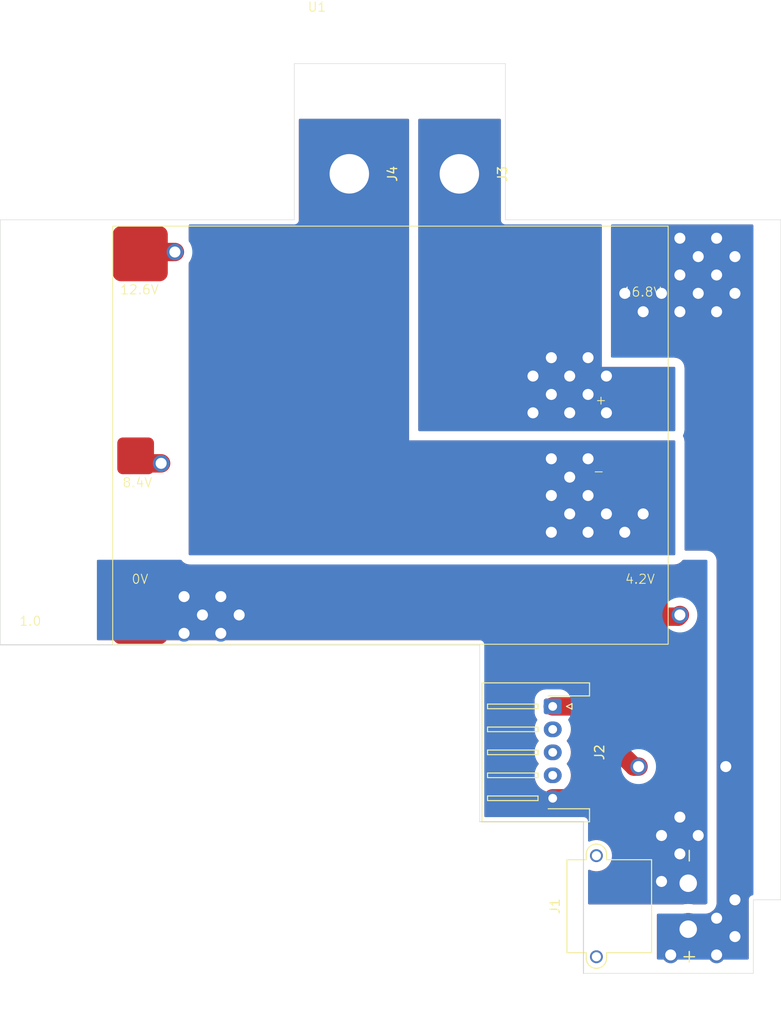
<source format=kicad_pcb>
(kicad_pcb (version 20241229) (generator "pcbnew") (generator_version "9.0")
  (layers (0 "F.Cu" signal) (4 "In1.Cu" signal) (6 "In2.Cu" signal) (2 "B.Cu" signal) (13 "F.Paste" user) (15 "B.Paste" user) (5 "F.SilkS" user "F.Silkscreen") (7 "B.SilkS" user "B.Silkscreen") (1 "F.Mask" user) (3 "B.Mask" user) (25 "Edge.Cuts" user))
  (net 0 "")
  (net 1 "Net-(J1-Pin_2)")
  (net 2 "Net-(J1-Pin_1)")
  (net 3 "Net-(J2-Pin_2)")
  (net 4 "Net-(J2-Pin_4)")
  (net 5 "Net-(J2-Pin_3)")
  (net 6 "Net-(J3-Pin_1)")
  (net 7 "Net-(J4-Pin_1)")
  (footprint "Connector_JST:JST_XH_S5B-XH-A-1_1x05_P2.50mm_Horizontal" (layer "F.Cu") (at 138.15 85.95 -90)
    (property "Reference" "J2" (at 5 -5.1 90) (layer "F.SilkS"))
    (property "Value" "Conn_01x05")
    (fp_line (start -2.56 7.71) (end -2.56 -4.01) (stroke (width 0.12)) (layer "F.SilkS"))
    (fp_line (start 5 7.71) (end -2.56 7.71) (stroke (width 0.12)) (layer "F.SilkS"))
    (fp_line (start 5 7.71) (end 12.56 7.71) (stroke (width 0.12)) (layer "F.SilkS"))
    (fp_line (start 12.56 7.71) (end 12.56 -4.01) (stroke (width 0.12)) (layer "F.SilkS"))
    (fp_line (start -0.25 7.1) (end 0.25 7.1) (stroke (width 0.12)) (layer "F.SilkS"))
    (fp_line (start 0.25 7.1) (end 0.25 1.6) (stroke (width 0.12)) (layer "F.SilkS"))
    (fp_line (start 2.25 7.1) (end 2.75 7.1) (stroke (width 0.12)) (layer "F.SilkS"))
    (fp_line (start 2.75 7.1) (end 2.75 1.6) (stroke (width 0.12)) (layer "F.SilkS"))
    (fp_line (start 4.75 7.1) (end 5.25 7.1) (stroke (width 0.12)) (layer "F.SilkS"))
    (fp_line (start 5.25 7.1) (end 5.25 1.6) (stroke (width 0.12)) (layer "F.SilkS"))
    (fp_line (start 7.25 7.1) (end 7.75 7.1) (stroke (width 0.12)) (layer "F.SilkS"))
    (fp_line (start 7.75 7.1) (end 7.75 1.6) (stroke (width 0.12)) (layer "F.SilkS"))
    (fp_line (start 9.75 7.1) (end 10.25 7.1) (stroke (width 0.12)) (layer "F.SilkS"))
    (fp_line (start 10.25 7.1) (end 10.25 1.6) (stroke (width 0.12)) (layer "F.SilkS"))
    (fp_line (start -0.25 1.6) (end -0.25 7.1) (stroke (width 0.12)) (layer "F.SilkS"))
    (fp_line (start 0.25 1.6) (end -0.25 1.6) (stroke (width 0.12)) (layer "F.SilkS"))
    (fp_line (start 2.25 1.6) (end 2.25 7.1) (stroke (width 0.12)) (layer "F.SilkS"))
    (fp_line (start 2.75 1.6) (end 2.25 1.6) (stroke (width 0.12)) (layer "F.SilkS"))
    (fp_line (start 4.75 1.6) (end 4.75 7.1) (stroke (width 0.12)) (layer "F.SilkS"))
    (fp_line (start 5.25 1.6) (end 4.75 1.6) (stroke (width 0.12)) (layer "F.SilkS"))
    (fp_line (start 7.25 1.6) (end 7.25 7.1) (stroke (width 0.12)) (layer "F.SilkS"))
    (fp_line (start 7.75 1.6) (end 7.25 1.6) (stroke (width 0.12)) (layer "F.SilkS"))
    (fp_line (start 9.75 1.6) (end 9.75 7.1) (stroke (width 0.12)) (layer "F.SilkS"))
    (fp_line (start 10.25 1.6) (end 9.75 1.6) (stroke (width 0.12)) (layer "F.SilkS"))
    (fp_line (start 0 -1.5) (end -0.3 -2.1) (stroke (width 0.12)) (layer "F.SilkS"))
    (fp_line (start -0.3 -2.1) (end 0.3 -2.1) (stroke (width 0.12)) (layer "F.SilkS"))
    (fp_line (start 0.3 -2.1) (end 0 -1.5) (stroke (width 0.12)) (layer "F.SilkS"))
    (fp_line (start -2.56 -4.01) (end -1.14 -4.01) (stroke (width 0.12)) (layer "F.SilkS"))
    (fp_line (start -1.14 -4.01) (end -1.14 0.49) (stroke (width 0.12)) (layer "F.SilkS"))
    (fp_line (start 11.14 -4.01) (end 11.14 0.49) (stroke (width 0.12)) (layer "F.SilkS"))
    (fp_line (start 12.56 -4.01) (end 11.14 -4.01) (stroke (width 0.12)) (layer "F.SilkS"))
    (pad "1" thru_hole roundrect (at 0 0 270) (size 1.7 1.95) (drill 0.95) (layers "*.Cu" "*.Mask") (roundrect_rratio 0.147059) (net 1 "Net-(J1-Pin_2)"))
    (pad "2" thru_hole oval (at 2.5 0 270) (size 1.7 1.95) (drill 0.95) (layers "*.Cu" "*.Mask") (net 3 "Net-(J2-Pin_2)"))
    (pad "3" thru_hole oval (at 5 0 270) (size 1.7 1.95) (drill 0.95) (layers "*.Cu" "*.Mask") (net 5 "Net-(J2-Pin_3)"))
    (pad "4" thru_hole oval (at 7.5 0 270) (size 1.7 1.95) (drill 0.95) (layers "*.Cu" "*.Mask") (net 4 "Net-(J2-Pin_4)"))
    (pad "5" thru_hole oval (at 10 0 270) (size 1.7 1.95) (drill 0.95) (layers "*.Cu" "*.Mask") (net 2 "Net-(J1-Pin_1)"))
  )
  (footprint "MountingHole:MountingHole_4.3mm_M4_DIN965_Pad" (layer "F.Cu") (at 115.996592 27.990385 -90)
    (property "Reference" "J4" (at 0 -4.7 90) (layer "F.SilkS"))
    (property "Value" "Conn_01x01")
    (pad "1" thru_hole circle (at 0 0 270) (size 7.5 7.5) (drill 4.3) (layers "*.Cu" "*.Mask") (net 7 "Net-(J4-Pin_1)"))
  )
  (footprint "myfootprints:bms-4s-40A" (layer "F.Cu") (at 120.473869 56.435129)
    (property "Reference" "U1" (at -8 -46.6 0) (layer "F.SilkS") (effects (font (thickness 0.1))))
    (property "Value" "BMS-4s-40A")
    (fp_rect (start -30.25 -22.75) (end 30.25 22.75) (stroke (width 0.1)) (fill no) (layer "F.SilkS"))
    (fp_text user "16.8V" (at 25.25 -15 0) (layer "F.SilkS") (effects (font (thickness 0.1)) (justify left bottom)))
    (fp_text user "4.2V" (at 25.5 16.25 0) (layer "F.SilkS") (effects (font (thickness 0.1)) (justify left bottom)))
    (fp_text user "-" (at 22 4.5 0) (layer "F.SilkS") (effects (font (thickness 0.1)) (justify left bottom)))
    (fp_text user "8.4V" (at -29.25 5.75 0) (layer "F.SilkS") (effects (font (thickness 0.1)) (justify left bottom)))
    (fp_text user "+" (at 22.25 -3.25 0) (layer "F.SilkS") (effects (font (thickness 0.1)) (justify left bottom)))
    (fp_text user "12.6V" (at -29.5 -15.25 0) (layer "F.SilkS") (effects (font (thickness 0.1)) (justify left bottom)))
    (fp_text user "0V" (at -28.25 16.25 0) (layer "F.SilkS") (effects (font (thickness 0.1)) (justify left bottom)))
    (pad "1" smd roundrect (at 27.25 -3.75) (size 6 6) (layers "F.Cu" "F.Mask" "F.Paste") (roundrect_rratio 0.15) (net 6 "Net-(J3-Pin_1)"))
    (pad "2" smd roundrect (at 27.25 4.25) (size 6 6) (layers "F.Cu" "F.Mask" "F.Paste") (roundrect_rratio 0.15) (net 7 "Net-(J4-Pin_1)"))
    (pad "3" smd roundrect (at -27.25 19.75) (size 6 6) (layers "F.Cu" "F.Mask" "F.Paste") (roundrect_rratio 0.15) (net 2 "Net-(J1-Pin_1)"))
    (pad "4" smd roundrect (at 27.25 19.75) (size 6 6) (layers "F.Cu" "F.Mask" "F.Paste") (roundrect_rratio 0.15) (net 4 "Net-(J2-Pin_4)"))
    (pad "5" smd roundrect (at -27.75 2.25) (size 4 4) (layers "F.Cu" "F.Mask" "F.Paste") (roundrect_rratio 0.15) (net 5 "Net-(J2-Pin_3)"))
    (pad "6" smd roundrect (at -27.25 -19.75) (size 6 6) (layers "F.Cu" "F.Mask" "F.Paste") (roundrect_rratio 0.15) (net 3 "Net-(J2-Pin_2)"))
    (pad "7" smd roundrect (at 27.25 -19.75) (size 6 6) (layers "F.Cu" "F.Mask" "F.Paste") (roundrect_rratio 0.15) (net 1 "Net-(J1-Pin_2)"))
  )
  (footprint "Connector_AMASS:AMASS_XT30PW-M_1x02_P2.50mm_Horizontal" (layer "F.Cu") (at 152.909018 105.195107 90)
    (property "Reference" "J1" (at -2.5 -14.5 90) (layer "F.SilkS"))
    (property "Value" "Conn_01x02")
    (fp_line (start 2.56 -13.21) (end 2.56 -11.11) (stroke (width 0.12)) (layer "F.SilkS"))
    (fp_line (start -7.56 -13.21) (end 2.56 -13.21) (stroke (width 0.12)) (layer "F.SilkS"))
    (fp_line (start -7.56 -13.21) (end -7.56 -11.11) (stroke (width 0.12)) (layer "F.SilkS"))
    (fp_line (start 2.56 -11.11) (end 3.15 -11.11) (stroke (width 0.12)) (layer "F.SilkS"))
    (fp_line (start -8.15 -11.11) (end -7.56 -11.11) (stroke (width 0.12)) (layer "F.SilkS"))
    (fp_line (start 2.56 -8.89) (end 3.15 -8.89) (stroke (width 0.12)) (layer "F.SilkS"))
    (fp_line (start 2.56 -8.89) (end 2.56 -3.99) (stroke (width 0.12)) (layer "F.SilkS"))
    (fp_line (start -7.56 -8.89) (end -7.56 -3.99) (stroke (width 0.12)) (layer "F.SilkS"))
    (fp_line (start -8.15 -8.89) (end -7.56 -8.89) (stroke (width 0.12)) (layer "F.SilkS"))
    (fp_line (start -7.56 -3.99) (end 2.56 -3.99) (stroke (width 0.12)) (layer "F.SilkS"))
    (fp_arc (start 3.15 -11.11) (mid 4.26 -10) (end 3.15 -8.89) (stroke (width 0.12)) (layer "F.SilkS"))
    (fp_arc (start -8.15 -8.89) (mid -9.26 -10) (end -8.15 -11.11) (stroke (width 0.12)) (layer "F.SilkS"))
    (fp_text user "+" (at -8 0 90) (layer "F.SilkS") (effects (font (size 1.5 1.5))))
    (fp_text user "-" (at 3 0 90) (layer "F.SilkS") (effects (font (size 1.5 1.5))))
    (pad "" thru_hole circle (at -8 -10 90) (size 1.4 1.4) (drill 1) (layers "*.Cu" "*.Mask"))
    (pad "" thru_hole circle (at 3 -10 90) (size 1.4 1.4) (drill 1) (layers "*.Cu" "*.Mask"))
    (pad "1" thru_hole roundrect (at 0 0 90) (size 3.5 3.5) (drill 1.9) (layers "*.Cu" "*.Mask") (roundrect_rratio 0.22) (net 2 "Net-(J1-Pin_1)"))
    (pad "2" thru_hole circle (at -5 0 90) (size 3.5 3.5) (drill 1.9) (layers "*.Cu" "*.Mask") (net 1 "Net-(J1-Pin_2)"))
  )
  (footprint "MountingHole:MountingHole_4.3mm_M4_DIN965_Pad" (layer "F.Cu") (at 127.981116 27.996701 -90)
    (property "Reference" "J3" (at 0 -4.7 90) (layer "F.SilkS"))
    (property "Value" "Conn_01x01")
    (pad "1" thru_hole circle (at 0 0 270) (size 7.5 7.5) (drill 4.3) (layers "*.Cu" "*.Mask") (net 6 "Net-(J3-Pin_1)"))
  )
  (gr_line (start 78 79.25) (end 78 33) (stroke (width 0.05)) (layer "Edge.Cuts"))
  (gr_line (start 163 33) (end 163 107) (stroke (width 0.05)) (layer "Edge.Cuts"))
  (gr_line (start 133 24) (end 133 33) (stroke (width 0.05)) (layer "Edge.Cuts"))
  (gr_line (start 160 115) (end 141.5 115) (stroke (width 0.05)) (layer "Edge.Cuts"))
  (gr_line (start 110 33) (end 78 33) (stroke (width 0.05)) (layer "Edge.Cuts"))
  (gr_line (start 133 16) (end 133 24) (stroke (width 0.05)) (layer "Edge.Cuts"))
  (gr_line (start 130.2 79.25) (end 78 79.25) (stroke (width 0.1)) (layer "Edge.Cuts"))
  (gr_line (start 110 16) (end 110 25) (stroke (width 0.05)) (layer "Edge.Cuts"))
  (gr_line (start 141.5 98.5) (end 130.2 98.5) (stroke (width 0.1)) (layer "Edge.Cuts"))
  (gr_line (start 130.2 98.5) (end 130.2 79.25) (stroke (width 0.05)) (layer "Edge.Cuts"))
  (gr_line (start 141.5 115) (end 141.5 98.5) (stroke (width 0.1)) (layer "Edge.Cuts"))
  (gr_line (start 110 25) (end 110 33) (stroke (width 0.05)) (layer "Edge.Cuts"))
  (gr_line (start 133 33) (end 163 33) (stroke (width 0.05)) (layer "Edge.Cuts"))
  (gr_line (start 160 115) (end 160 107) (stroke (width 0.05)) (layer "Edge.Cuts"))
  (gr_line (start 160 107) (end 163 107) (stroke (width 0.05)) (layer "Edge.Cuts"))
  (gr_line (start 110 16) (end 133 16) (stroke (width 0.05)) (layer "Edge.Cuts"))
  (gr_text "1.0" (at 80 77.25 0) (layer "F.SilkS") (effects (font (size 1 1) (thickness 0.1)) (justify left bottom)))
  (segment (start 147 92.5) (end 147.5 92.5) (width 2) (layer "F.Cu") (net 1))
  (segment (start 138.15 85.95) (end 140.45 85.95) (width 2) (layer "F.Cu") (net 1))
  (segment (start 145.5 91) (end 147 92.5) (width 2) (layer "F.Cu") (net 1))
  (segment (start 140.45 85.95) (end 145.5 91) (width 2) (layer "F.Cu") (net 1))
  (via (at 152 39) (size 1.8) (drill 1.2) (layers "F.Cu" "B.Cu") (net 1))
  (via (at 158 111) (size 1.8) (drill 1.2) (layers "F.Cu" "B.Cu") (net 1))
  (via (at 150 41) (size 1.8) (drill 1.2) (layers "F.Cu" "B.Cu") (net 1))
  (via (at 152 43) (size 1.8) (drill 1.2) (layers "F.Cu" "B.Cu") (net 1))
  (via (at 156 113) (size 1.8) (drill 1.2) (layers "F.Cu" "B.Cu") (net 1))
  (via (at 152 35) (size 1.8) (drill 1.2) (layers "F.Cu" "B.Cu") (net 1))
  (via (at 146 41) (size 1.8) (drill 1.2) (layers "F.Cu" "B.Cu") (net 1))
  (via (at 156 43) (size 1.8) (drill 1.2) (layers "F.Cu" "B.Cu") (net 1))
  (via (at 154 37) (size 1.8) (drill 1.2) (layers "F.Cu" "B.Cu") (net 1))
  (via (at 158 41) (size 1.8) (drill 1.2) (layers "F.Cu" "B.Cu") (net 1))
  (via (at 156 109) (size 1.8) (drill 1.2) (layers "F.Cu" "B.Cu") (net 1))
  (via (at 147.5 92.5) (size 1.8) (drill 1.2) (layers "F.Cu" "B.Cu") (net 1))
  (via (at 156 35) (size 1.8) (drill 1.2) (layers "F.Cu" "B.Cu") (net 1))
  (via (at 157 92.5) (size 1.8) (drill 1.2) (layers "F.Cu" "B.Cu") (net 1))
  (via (at 154 41) (size 1.8) (drill 1.2) (layers "F.Cu" "B.Cu") (net 1))
  (via (at 156 39) (size 1.8) (drill 1.2) (layers "F.Cu" "B.Cu") (net 1))
  (via (at 151 113) (size 1.8) (drill 1.2) (layers "F.Cu" "B.Cu") (net 1))
  (via (at 148 43) (size 1.8) (drill 1.2) (layers "F.Cu" "B.Cu") (net 1))
  (via (at 158 37) (size 1.8) (drill 1.2) (layers "F.Cu" "B.Cu") (net 1))
  (via (at 158 107) (size 1.8) (drill 1.2) (layers "F.Cu" "B.Cu") (net 1))
  (segment (start 138.15 95.95) (end 145.95 95.95) (width 2) (layer "F.Cu") (net 2))
  (segment (start 145.95 95.95) (end 150 100) (width 2) (layer "F.Cu") (net 2))
  (via (at 104 76) (size 1.8) (drill 1.2) (layers "F.Cu" "B.Cu") (net 2))
  (via (at 152 102) (size 1.8) (drill 1.2) (layers "F.Cu" "B.Cu") (net 2))
  (via (at 102 78) (size 1.8) (drill 1.2) (layers "F.Cu" "B.Cu") (net 2))
  (via (at 152 98) (size 1.8) (drill 1.2) (layers "F.Cu" "B.Cu") (net 2))
  (via (at 102 74) (size 1.8) (drill 1.2) (layers "F.Cu" "B.Cu") (net 2))
  (via (at 98 74) (size 1.8) (drill 1.2) (layers "F.Cu" "B.Cu") (net 2))
  (via (at 154 100) (size 1.8) (drill 1.2) (layers "F.Cu" "B.Cu") (net 2))
  (via (at 100 76) (size 1.8) (drill 1.2) (layers "F.Cu" "B.Cu") (net 2))
  (via (at 150 105) (size 1.8) (drill 1.2) (layers "F.Cu" "B.Cu") (net 2))
  (via (at 98 78) (size 1.8) (drill 1.2) (layers "F.Cu" "B.Cu") (net 2))
  (via (at 150 100) (size 1.8) (drill 1.2) (layers "F.Cu" "B.Cu") (net 2))
  (segment (start 93.408998 36.5) (end 93.223869 36.685129) (width 2) (layer "F.Cu") (net 3))
  (segment (start 97 36.5) (end 93.408998 36.5) (width 2) (layer "F.Cu") (net 3))
  (via (at 97 36.5) (size 1.8) (drill 1.2) (layers "F.Cu" "B.Cu") (net 3))
  (segment (start 147.723869 76.185129) (end 151.814871 76.185129) (width 2) (layer "F.Cu") (net 4))
  (segment (start 151.814871 76.185129) (end 152 76) (width 2) (layer "F.Cu") (net 4))
  (via (at 152 76) (size 1.8) (drill 1.2) (layers "F.Cu" "B.Cu") (net 4))
  (segment (start 93.53874 59.5) (end 92.723869 58.685129) (width 2) (layer "F.Cu") (net 5))
  (segment (start 95.5 59.5) (end 93.53874 59.5) (width 2) (layer "F.Cu") (net 5))
  (via (at 95.5 59.5) (size 1.8) (drill 1.2) (layers "F.Cu" "B.Cu") (net 5))
  (via (at 140 54) (size 1.8) (drill 1.2) (layers "F.Cu" "B.Cu") (net 6))
  (via (at 144 50) (size 1.8) (drill 1.2) (layers "F.Cu" "B.Cu") (net 6))
  (via (at 140 50) (size 1.8) (drill 1.2) (layers "F.Cu" "B.Cu") (net 6))
  (via (at 138 52) (size 1.8) (drill 1.2) (layers "F.Cu" "B.Cu") (net 6))
  (via (at 136 50) (size 1.8) (drill 1.2) (layers "F.Cu" "B.Cu") (net 6))
  (via (at 144 54) (size 1.8) (drill 1.2) (layers "F.Cu" "B.Cu") (net 6))
  (via (at 142 52) (size 1.8) (drill 1.2) (layers "F.Cu" "B.Cu") (net 6))
  (via (at 138 48) (size 1.8) (drill 1.2) (layers "F.Cu" "B.Cu") (net 6))
  (via (at 142 48) (size 1.8) (drill 1.2) (layers "F.Cu" "B.Cu") (net 6))
  (via (at 136 54) (size 1.8) (drill 1.2) (layers "F.Cu" "B.Cu") (net 6))
  (via (at 138 59) (size 1.8) (drill 1.2) (layers "F.Cu" "B.Cu") (net 7))
  (via (at 142 67) (size 1.8) (drill 1.2) (layers "F.Cu" "B.Cu") (net 7))
  (via (at 144 65) (size 1.8) (drill 1.2) (layers "F.Cu" "B.Cu") (net 7))
  (via (at 138 63) (size 1.8) (drill 1.2) (layers "F.Cu" "B.Cu") (net 7))
  (via (at 140 61) (size 1.8) (drill 1.2) (layers "F.Cu" "B.Cu") (net 7))
  (via (at 148 65) (size 1.8) (drill 1.2) (layers "F.Cu" "B.Cu") (net 7))
  (via (at 140 65) (size 1.8) (drill 1.2) (layers "F.Cu" "B.Cu") (net 7))
  (via (at 138 67) (size 1.8) (drill 1.2) (layers "F.Cu" "B.Cu") (net 7))
  (via (at 142 59) (size 1.8) (drill 1.2) (layers "F.Cu" "B.Cu") (net 7))
  (via (at 142 63) (size 1.8) (drill 1.2) (layers "F.Cu" "B.Cu") (net 7))
  (via (at 146 67) (size 1.8) (drill 1.2) (layers "F.Cu" "B.Cu") (net 7))
  (zone (net 0) (net_name "") (layers "F.Cu" "B.Cu") (connect_pads yes (clearance 0)) (min_thickness 0.25)
    (keepout (tracks allowed) (vias allowed) (pads allowed) (copperpour not_allowed) (footprints allowed))
    (fill (thermal_gap 0.5) (thermal_bridge_width 0.5))
    (polygon (pts (xy 163 25) (xy 160 25) (xy 160 115) (xy 163 115)))
  )
  (zone (net 1) (net_name "Net-(J1-Pin_2)") (layers "F.Cu" "B.Cu" "In1.Cu" "In2.Cu") (connect_pads yes (clearance 1)) (min_thickness 0.25) (fill yes (thermal_gap 0.5) (thermal_bridge_width 0.5))
    (polygon (pts (xy 144.5 33.5) (xy 162 33.5) (xy 162 113.5) (xy 149.5 113.5) (xy 149.5 108) (xy 155.5 108) (xy 155.5 100.237891) (xy 155.5 69.5) (xy 152 69.5) (xy 152 48.5) (xy 144.5 48.5)))
  )
  (zone (net 7) (net_name "Net-(J4-Pin_1)") (layers "F.Cu" "B.Cu" "In1.Cu" "In2.Cu") (priority 3) (connect_pads yes (clearance 1)) (min_thickness 0.25) (fill yes (thermal_gap 0.5) (thermal_bridge_width 0.5))
    (polygon (pts (xy 98.5 22) (xy 122.5 22) (xy 122.5 57) (xy 151.5 57) (xy 151.5 69.5) (xy 98.5 69.5)))
  )
  (zone (net 6) (net_name "Net-(J3-Pin_1)") (layers "F.Cu" "B.Cu" "In1.Cu" "In2.Cu") (priority 2) (connect_pads yes (clearance 1)) (min_thickness 0.25) (fill yes (thermal_gap 0.5) (thermal_bridge_width 0.5))
    (polygon (pts (xy 123 22) (xy 143.5 22) (xy 143.5 49) (xy 151.5 49) (xy 151.5 56.5) (xy 123 56.5)))
  )
  (zone (net 2) (net_name "Net-(J1-Pin_1)") (layers "F.Cu" "B.Cu" "In2.Cu") (priority 1) (connect_pads yes (clearance 1)) (min_thickness 0.25) (fill yes (thermal_gap 0.5) (thermal_bridge_width 0.5) (island_removal_mode 1) (island_area_min 10))
    (polygon (pts (xy 88.5 70) (xy 155 70) (xy 155 107.5) (xy 127.5 107.5) (xy 127.5 82.5) (xy 88.5 82.5)))
  )
)
</source>
